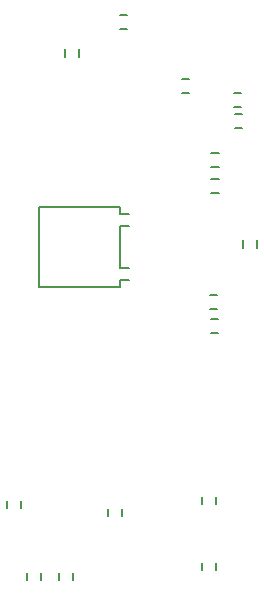
<source format=gbo>
G75*
%MOIN*%
%OFA0B0*%
%FSLAX25Y25*%
%IPPOS*%
%LPD*%
%AMOC8*
5,1,8,0,0,1.08239X$1,22.5*
%
%ADD10C,0.00500*%
%ADD11C,0.00600*%
D10*
X0445420Y0150055D02*
X0472192Y0150055D01*
X0472192Y0152417D01*
X0475341Y0152417D01*
X0475341Y0156354D02*
X0472192Y0156354D01*
X0472192Y0170528D01*
X0475341Y0170528D01*
X0475341Y0174465D02*
X0472192Y0174465D01*
X0472192Y0176827D01*
X0445420Y0176827D01*
X0445420Y0150055D01*
D11*
X0434672Y0078598D02*
X0434672Y0076236D01*
X0439396Y0076236D02*
X0439396Y0078598D01*
X0468136Y0076118D02*
X0468136Y0073756D01*
X0472861Y0073756D02*
X0472861Y0076118D01*
X0499672Y0077772D02*
X0499672Y0080134D01*
X0504396Y0080134D02*
X0504396Y0077772D01*
X0504357Y0058008D02*
X0504357Y0055646D01*
X0499633Y0055646D02*
X0499633Y0058008D01*
X0456522Y0054780D02*
X0456522Y0052417D01*
X0451798Y0052417D02*
X0451798Y0054780D01*
X0445892Y0054780D02*
X0445892Y0052417D01*
X0441168Y0052417D02*
X0441168Y0054780D01*
X0502703Y0134583D02*
X0505066Y0134583D01*
X0505066Y0139307D02*
X0502703Y0139307D01*
X0502310Y0142811D02*
X0504672Y0142811D01*
X0504672Y0147535D02*
X0502310Y0147535D01*
X0513333Y0163205D02*
X0513333Y0165567D01*
X0518058Y0165567D02*
X0518058Y0163205D01*
X0505105Y0181394D02*
X0502743Y0181394D01*
X0502743Y0186118D02*
X0505105Y0186118D01*
X0505105Y0190094D02*
X0502743Y0190094D01*
X0502743Y0194819D02*
X0505105Y0194819D01*
X0510459Y0202969D02*
X0512822Y0202969D01*
X0512822Y0207693D02*
X0510459Y0207693D01*
X0510262Y0210055D02*
X0512625Y0210055D01*
X0512625Y0214780D02*
X0510262Y0214780D01*
X0495262Y0214780D02*
X0492900Y0214780D01*
X0492900Y0219504D02*
X0495262Y0219504D01*
X0474672Y0236039D02*
X0472310Y0236039D01*
X0472310Y0240764D02*
X0474672Y0240764D01*
X0458688Y0229228D02*
X0458688Y0226866D01*
X0453963Y0226866D02*
X0453963Y0229228D01*
M02*

</source>
